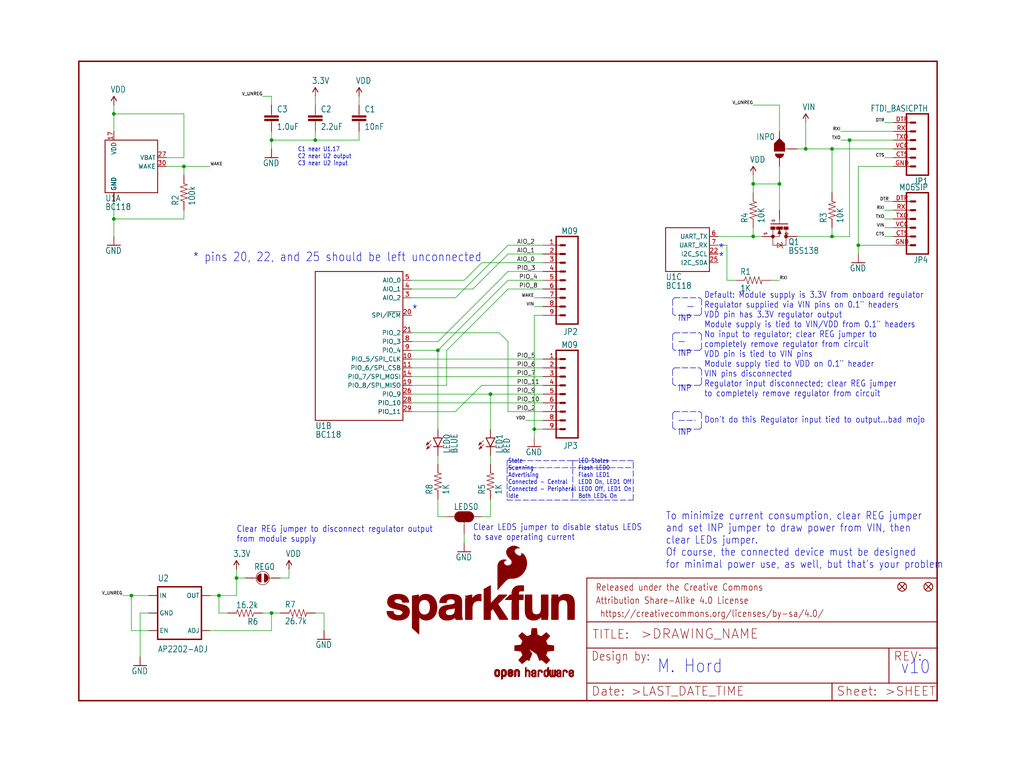
<source format=kicad_sch>
(kicad_sch (version 20211123) (generator eeschema)
  (paper "User" 297.002 223.926)
  (lib_symbols
    (symbol "eagleSchem-eagle-import:1.0UF-16V-10%(0603)"
      (property "Reference" "C" (at 1.524 2.921 0))
      (property "Value" "1.0UF-16V-10%(0603)" (at 1.524 -2.159 0))
      (symbol "1.0UF-16V-10%(0603)_1_0"
        (pin passive line (at 0 5.08 270) (length 2.54) (name "1") (number "1"))
        (pin passive line (at 0 -2.54 90) (length 2.54) (name "2") (number "2"))
      )
    )
    (symbol "eagleSchem-eagle-import:100KOHM1{slash}10W1%(0603)"
      (property "Reference" "R" (at -3.81 1.4986 0))
      (property "Value" "100KOHM1{slash}10W1%(0603)" (at -3.81 -3.302 0))
      (symbol "100KOHM1{slash}10W1%(0603)_1_0"
        (pin passive line (at -5.08 0 0) (length 2.54) (name "1") (number "1"))
        (pin passive line (at 5.08 0 180) (length 2.54) (name "2") (number "2"))
      )
    )
    (symbol "eagleSchem-eagle-import:10KOHM1{slash}10W1%(0603)0603"
      (property "Reference" "R" (at -3.81 1.4986 0))
      (property "Value" "10KOHM1{slash}10W1%(0603)0603" (at -3.81 -3.302 0))
      (symbol "10KOHM1{slash}10W1%(0603)0603_1_0"
        (pin passive line (at -5.08 0 0) (length 2.54) (name "1") (number "1"))
        (pin passive line (at 5.08 0 180) (length 2.54) (name "2") (number "2"))
      )
    )
    (symbol "eagleSchem-eagle-import:10NF{slash}10000PF-50V-10%(0603)"
      (property "Reference" "C" (at 1.524 2.921 0))
      (property "Value" "10NF{slash}10000PF-50V-10%(0603)" (at 1.524 -2.159 0))
      (symbol "10NF{slash}10000PF-50V-10%(0603)_1_0"
        (pin passive line (at 0 5.08 270) (length 2.54) (name "1") (number "1"))
        (pin passive line (at 0 -2.54 90) (length 2.54) (name "2") (number "2"))
      )
    )
    (symbol "eagleSchem-eagle-import:16.2KOHM1{slash}10W1%(0603)"
      (property "Reference" "R" (at -3.81 1.4986 0))
      (property "Value" "16.2KOHM1{slash}10W1%(0603)" (at -3.81 -3.302 0))
      (symbol "16.2KOHM1{slash}10W1%(0603)_1_0"
        (pin passive line (at -5.08 0 0) (length 2.54) (name "1") (number "1"))
        (pin passive line (at 5.08 0 180) (length 2.54) (name "2") (number "2"))
      )
    )
    (symbol "eagleSchem-eagle-import:1KOHM1{slash}10W1%(0603)"
      (property "Reference" "R" (at -3.81 1.4986 0))
      (property "Value" "1KOHM1{slash}10W1%(0603)" (at -3.81 -3.302 0))
      (symbol "1KOHM1{slash}10W1%(0603)_1_0"
        (pin passive line (at -5.08 0 0) (length 2.54) (name "1") (number "1"))
        (pin passive line (at 5.08 0 180) (length 2.54) (name "2") (number "2"))
      )
    )
    (symbol "eagleSchem-eagle-import:2.2UF-10V-20%(0603)"
      (property "Reference" "C" (at 1.524 2.921 0))
      (property "Value" "2.2UF-10V-20%(0603)" (at 1.524 -2.159 0))
      (symbol "2.2UF-10V-20%(0603)_1_0"
        (pin passive line (at 0 5.08 270) (length 2.54) (name "1") (number "1"))
        (pin passive line (at 0 -2.54 90) (length 2.54) (name "2") (number "2"))
      )
    )
    (symbol "eagleSchem-eagle-import:3.3V" (power)
      (property "Value" "3.3V" (at -1.016 3.556 0))
      (symbol "3.3V_1_0"
        (pin power_in line (at 0 0 90) (length 2.54) (name "3.3V") (number "1"))
      )
    )
    (symbol "eagleSchem-eagle-import:AP2202-ADJ"
      (property "Reference" "U" (at -7.62 9.144 0))
      (property "Value" "AP2202-ADJ" (at -7.62 -11.43 0))
      (symbol "AP2202-ADJ_1_0"
        (pin input line (at -10.16 5.08 0) (length 2.54) (name "IN") (number "1"))
        (pin input line (at -10.16 0 0) (length 2.54) (name "GND") (number "2"))
        (pin input line (at -10.16 -5.08 0) (length 2.54) (name "EN") (number "3"))
        (pin input line (at 7.62 -5.08 180) (length 2.54) (name "ADJ") (number "4"))
        (pin passive line (at 7.62 5.08 180) (length 2.54) (name "OUT") (number "5"))
      )
    )
    (symbol "eagleSchem-eagle-import:BC118"
      (property "Reference" "U" (at 0 -2.54 0))
      (property "Value" "BC118" (at 0 -5.08 0))
      (symbol "BC118_1_0"
        (pin bidirectional line (at 2.54 -2.54 90) (length 2.54) (name "GND") (number "1"))
        (pin bidirectional line (at 2.54 -2.54 90) (length 2.54) (name "GND") (number "12"))
        (pin bidirectional line (at 2.54 -2.54 90) (length 2.54) (name "GND") (number "13"))
        (pin bidirectional line (at 2.54 -2.54 90) (length 2.54) (name "GND") (number "15"))
        (pin bidirectional line (at 2.54 -2.54 90) (length 2.54) (name "GND") (number "16"))
        (pin bidirectional line (at 2.54 17.78 270) (length 2.54) (name "VDD") (number "17"))
        (pin bidirectional line (at 2.54 -2.54 90) (length 2.54) (name "GND") (number "18"))
        (pin bidirectional line (at 2.54 -2.54 90) (length 2.54) (name "GND") (number "2"))
        (pin bidirectional line (at 2.54 -2.54 90) (length 2.54) (name "GND") (number "23"))
        (pin bidirectional line (at 2.54 -2.54 90) (length 2.54) (name "GND") (number "24"))
        (pin bidirectional line (at 17.78 10.16 180) (length 2.54) (name "VBAT") (number "27"))
        (pin bidirectional line (at 17.78 7.62 180) (length 2.54) (name "WAKE") (number "30"))
        (pin bidirectional line (at 2.54 -2.54 90) (length 2.54) (name "GND") (number "31"))
        (pin bidirectional line (at 2.54 -2.54 90) (length 2.54) (name "GND") (number "32"))
        (pin bidirectional line (at 2.54 -2.54 90) (length 2.54) (name "GND") (number "33"))
        (pin bidirectional line (at 2.54 -2.54 90) (length 2.54) (name "GND") (number "34"))
        (pin bidirectional line (at 2.54 -2.54 90) (length 2.54) (name "GND") (number "35"))
      )
      (symbol "BC118_2_0"
        (pin bidirectional line (at 27.94 17.78 180) (length 2.54) (name "PIO_5/SPI_CLK") (number "10"))
        (pin bidirectional line (at 27.94 15.24 180) (length 2.54) (name "PIO_6/SPI_CSB") (number "11"))
        (pin bidirectional line (at 27.94 12.7 180) (length 2.54) (name "PIO_7/SPI_MOSI") (number "14"))
        (pin bidirectional line (at 27.94 10.16 180) (length 2.54) (name "PIO_8/SPI_MISO") (number "19"))
        (pin bidirectional line (at 27.94 30.48 180) (length 2.54) (name "SPI/~{PCM}") (number "20"))
        (pin bidirectional line (at 27.94 25.4 180) (length 2.54) (name "PIO_2") (number "21"))
        (pin bidirectional line (at 27.94 7.62 180) (length 2.54) (name "PIO_9") (number "26"))
        (pin bidirectional line (at 27.94 5.08 180) (length 2.54) (name "PIO_10") (number "28"))
        (pin bidirectional line (at 27.94 2.54 180) (length 2.54) (name "PIO_11") (number "29"))
        (pin bidirectional line (at 27.94 35.56 180) (length 2.54) (name "AIO_2") (number "3"))
        (pin bidirectional line (at 27.94 38.1 180) (length 2.54) (name "AIO_1") (number "4"))
        (pin bidirectional line (at 27.94 40.64 180) (length 2.54) (name "AIO_0") (number "5"))
        (pin bidirectional line (at 27.94 22.86 180) (length 2.54) (name "PIO_3") (number "8"))
        (pin bidirectional line (at 27.94 20.32 180) (length 2.54) (name "PIO_4") (number "9"))
      )
      (symbol "BC118_3_0"
        (pin bidirectional line (at 15.24 5.08 180) (length 2.54) (name "I2C_SCL") (number "22"))
        (pin bidirectional line (at 15.24 2.54 180) (length 2.54) (name "I2C_SDA") (number "25"))
        (pin bidirectional line (at 15.24 10.16 180) (length 2.54) (name "UART_TX") (number "6"))
        (pin bidirectional line (at 15.24 7.62 180) (length 2.54) (name "UART_RX") (number "7"))
      )
    )
    (symbol "eagleSchem-eagle-import:FIDUCIAL1X2")
    (symbol "eagleSchem-eagle-import:FRAME-LETTER"
      (symbol "FRAME-LETTER_2_0"
        (text " https://creativecommons.org/licenses/by-sa/4.0/" (at 2.54 24.13 0) (effects (font (size 1.9304 1.6408)) (justify left bottom)))
        (text ">DRAWING_NAME" (at 15.494 17.78 0) (effects (font (size 2.7432 2.7432)) (justify left bottom)))
        (text ">LAST_DATE_TIME" (at 12.7 1.27 0) (effects (font (size 2.54 2.54)) (justify left bottom)))
        (text ">SHEET" (at 86.36 1.27 0) (effects (font (size 2.54 2.54)) (justify left bottom)))
        (text "Attribution Share-Alike 4.0 License" (at 2.54 27.94 0) (effects (font (size 1.9304 1.6408)) (justify left bottom)))
        (text "Date:" (at 1.27 1.27 0) (effects (font (size 2.54 2.54)) (justify left bottom)))
        (text "Design by:" (at 1.27 11.43 0) (effects (font (size 2.54 2.159)) (justify left bottom)))
        (text "Released under the Creative Commons" (at 2.54 31.75 0) (effects (font (size 1.9304 1.6408)) (justify left bottom)))
        (text "REV:" (at 88.9 11.43 0) (effects (font (size 2.54 2.54)) (justify left bottom)))
        (text "Sheet:" (at 72.39 1.27 0) (effects (font (size 2.54 2.54)) (justify left bottom)))
        (text "TITLE:" (at 1.524 17.78 0) (effects (font (size 2.54 2.54)) (justify left bottom)))
      )
    )
    (symbol "eagleSchem-eagle-import:FTDI_BASICPTH"
      (property "Reference" "JP" (at -5.08 10.922 0))
      (property "Value" "FTDI_BASICPTH" (at -5.08 -10.16 0))
      (symbol "FTDI_BASICPTH_1_0"
        (pin passive line (at 5.08 5.08 180) (length 5.08) (name "5") (number "CTS"))
        (pin passive line (at 5.08 -5.08 180) (length 5.08) (name "1") (number "DTR"))
        (pin passive line (at 5.08 7.62 180) (length 5.08) (name "6") (number "GND"))
        (pin passive line (at 5.08 -2.54 180) (length 5.08) (name "2") (number "RXI"))
        (pin passive line (at 5.08 0 180) (length 5.08) (name "3") (number "TXO"))
        (pin passive line (at 5.08 2.54 180) (length 5.08) (name "4") (number "VCC"))
      )
    )
    (symbol "eagleSchem-eagle-import:GND" (power)
      (property "Value" "GND" (at -2.54 -2.54 0))
      (symbol "GND_1_0"
        (pin power_in line (at 0 2.54 270) (length 2.54) (name "GND") (number "1"))
      )
    )
    (symbol "eagleSchem-eagle-import:JUMPER-PAD-2-NC_BY_PASTE"
      (property "Reference" "SJ" (at -2.54 2.54 0))
      (property "Value" "JUMPER-PAD-2-NC_BY_PASTE" (at -2.54 -5.08 0))
      (symbol "JUMPER-PAD-2-NC_BY_PASTE_1_0"
        (pin passive line (at -5.08 0 0) (length 2.54) (name "1") (number "1"))
        (pin passive line (at 5.08 0 180) (length 2.54) (name "2") (number "2"))
      )
    )
    (symbol "eagleSchem-eagle-import:JUMPER-PAD-3-2OF3_NC_BY_PASTE"
      (property "Reference" "SJ" (at 2.54 0.381 0))
      (property "Value" "JUMPER-PAD-3-2OF3_NC_BY_PASTE" (at 2.54 -1.905 0))
      (symbol "JUMPER-PAD-3-2OF3_NC_BY_PASTE_1_0"
        (pin passive line (at 0 5.08 270) (length 2.54) (name "1") (number "1"))
        (pin passive line (at -5.08 0 0) (length 2.54) (name "2") (number "2"))
        (pin passive line (at 0 -5.08 90) (length 2.54) (name "3") (number "3"))
      )
    )
    (symbol "eagleSchem-eagle-import:JUMPER-PAD-3-NC_BY_PASTE"
      (property "Reference" "SJ" (at 2.54 0.381 0))
      (property "Value" "JUMPER-PAD-3-NC_BY_PASTE" (at 2.54 -1.905 0))
      (symbol "JUMPER-PAD-3-NC_BY_PASTE_1_0"
        (pin passive line (at 0 5.08 270) (length 2.54) (name "1") (number "1"))
        (pin passive line (at -5.08 0 0) (length 2.54) (name "2") (number "2"))
        (pin passive line (at 0 -5.08 90) (length 2.54) (name "3") (number "3"))
      )
    )
    (symbol "eagleSchem-eagle-import:LED-BLUE0603"
      (property "Reference" "D" (at 3.556 -4.572 90))
      (property "Value" "LED-BLUE0603" (at 5.715 -4.572 90))
      (symbol "LED-BLUE0603_1_0"
        (pin passive line (at 0 2.54 270) (length 2.54) (name "A") (number "A"))
        (pin passive line (at 0 -5.08 90) (length 2.54) (name "C") (number "C"))
      )
    )
    (symbol "eagleSchem-eagle-import:LED-RED0603"
      (property "Reference" "D" (at 3.556 -4.572 90))
      (property "Value" "LED-RED0603" (at 5.715 -4.572 90))
      (symbol "LED-RED0603_1_0"
        (pin passive line (at 0 2.54 270) (length 2.54) (name "A") (number "A"))
        (pin passive line (at 0 -5.08 90) (length 2.54) (name "C") (number "C"))
      )
    )
    (symbol "eagleSchem-eagle-import:M06SIP"
      (property "Reference" "JP" (at -5.08 10.922 0))
      (property "Value" "M06SIP" (at -5.08 -10.16 0))
      (symbol "M06SIP_1_0"
        (pin passive line (at 5.08 5.08 180) (length 5.08) (name "5") (number "CTS"))
        (pin passive line (at 5.08 -5.08 180) (length 5.08) (name "1") (number "DTR"))
        (pin passive line (at 5.08 7.62 180) (length 5.08) (name "6") (number "GND"))
        (pin passive line (at 5.08 -2.54 180) (length 5.08) (name "2") (number "RXI"))
        (pin passive line (at 5.08 0 180) (length 5.08) (name "3") (number "TXO"))
        (pin passive line (at 5.08 2.54 180) (length 5.08) (name "4") (number "VCC"))
      )
    )
    (symbol "eagleSchem-eagle-import:M09"
      (property "Reference" "JP" (at 0 16.51 0))
      (property "Value" "M09" (at 0 -15.24 0))
      (symbol "M09_1_0"
        (pin passive line (at 10.16 -10.16 180) (length 5.08) (name "1") (number "1"))
        (pin passive line (at 10.16 -7.62 180) (length 5.08) (name "2") (number "2"))
        (pin passive line (at 10.16 -5.08 180) (length 5.08) (name "3") (number "3"))
        (pin passive line (at 10.16 -2.54 180) (length 5.08) (name "4") (number "4"))
        (pin passive line (at 10.16 0 180) (length 5.08) (name "5") (number "5"))
        (pin passive line (at 10.16 2.54 180) (length 5.08) (name "6") (number "6"))
        (pin passive line (at 10.16 5.08 180) (length 5.08) (name "7") (number "7"))
        (pin passive line (at 10.16 7.62 180) (length 5.08) (name "8") (number "8"))
        (pin passive line (at 10.16 10.16 180) (length 5.08) (name "9") (number "9"))
      )
    )
    (symbol "eagleSchem-eagle-import:MOSFET-NCHANNELBSS138"
      (property "Reference" "Q" (at 5.08 2.54 0))
      (property "Value" "MOSFET-NCHANNELBSS138" (at 5.08 0 0))
      (symbol "MOSFET-NCHANNELBSS138_1_0"
        (text "D" (at -1.27 2.54 0) (effects (font (size 0.8128 0.6908)) (justify left bottom)))
        (text "G" (at -5.08 -1.27 0) (effects (font (size 0.8128 0.6908)) (justify left bottom)))
        (text "S" (at -1.27 -3.556 0) (effects (font (size 0.8128 0.6908)) (justify left bottom)))
        (pin passive line (at -7.62 0 0) (length 2.54) (name "G") (number "1"))
        (pin passive line (at 0 -5.08 90) (length 2.54) (name "S") (number "2"))
        (pin passive line (at 0 5.08 270) (length 2.54) (name "D") (number "3"))
      )
    )
    (symbol "eagleSchem-eagle-import:OSHW-LOGOS")
    (symbol "eagleSchem-eagle-import:SFE_LOGO_NAME.1_INCH")
    (symbol "eagleSchem-eagle-import:SFE_LOGO_NAME_FLAME.1_INCH")
    (symbol "eagleSchem-eagle-import:VDD" (power)
      (property "Value" "VDD" (at -1.016 3.556 0))
      (symbol "VDD_1_0"
        (pin power_in line (at 0 0 90) (length 2.54) (name "VDD") (number "1"))
      )
    )
    (symbol "eagleSchem-eagle-import:VIN" (power)
      (property "Value" "VIN" (at -1.016 3.556 0))
      (symbol "VIN_1_0"
        (pin power_in line (at 0 0 90) (length 2.54) (name "VIN") (number "1"))
      )
    )
  )
  (junction (at 218.44 68.58))
  (junction (at 233.68 43.18))
  (junction (at 33.02 63.5))
  (junction (at 241.3 43.18))
  (junction (at 53.34 48.26))
  (junction (at 38.1 172.72))
  (junction (at 33.02 33.02))
  (junction (at 127 101.6))
  (junction (at 91.44 40.64))
  (junction (at 218.44 53.34))
  (junction (at 226.06 53.34))
  (junction (at 142.24 114.3))
  (junction (at 63.5 172.72))
  (junction (at 154.94 124.46))
  (junction (at 246.38 40.64))
  (junction (at 68.58 167.64))
  (junction (at 241.3 68.58))
  (junction (at 78.74 177.8))
  (junction (at 78.74 40.64))
  (junction (at 248.92 71.12))
  (wire (pts (xy 48.26 48.26) (xy 53.34 48.26)))
  (polyline (pts (xy 195.58 119.38) (xy 202.946 119.38)))
  (polyline (pts (xy 147.066 135.636) (xy 183.642 135.636)))
  (wire (pts (xy 259.08 40.64) (xy 246.38 40.64)))
  (wire (pts (xy 129.54 111.76) (xy 129.54 101.6)))
  (wire (pts (xy 246.38 40.64) (xy 243.84 40.64)))
  (wire (pts (xy 218.44 66.04) (xy 218.44 68.58)))
  (polyline (pts (xy 195.072 101.092) (xy 195.072 97.028)))
  (wire (pts (xy 119.38 111.76) (xy 129.54 111.76)))
  (wire (pts (xy 127 99.06) (xy 147.32 78.74)))
  (wire (pts (xy 248.92 71.12) (xy 248.92 48.26)))
  (wire (pts (xy 78.74 182.88) (xy 78.74 177.8)))
  (wire (pts (xy 233.68 43.18) (xy 241.3 43.18)))
  (wire (pts (xy 60.96 172.72) (xy 63.5 172.72)))
  (wire (pts (xy 142.24 149.86) (xy 142.24 144.78)))
  (wire (pts (xy 157.48 86.36) (xy 154.94 86.36)))
  (wire (pts (xy 157.48 121.92) (xy 152.4 121.92)))
  (wire (pts (xy 147.32 71.12) (xy 157.48 71.12)))
  (wire (pts (xy 91.44 177.8) (xy 93.98 177.8)))
  (wire (pts (xy 119.38 81.28) (xy 134.62 81.28)))
  (polyline (pts (xy 195.58 106.68) (xy 202.946 106.68)))
  (polyline (pts (xy 199.39 88.9) (xy 201.676 88.9)))
  (wire (pts (xy 127 134.62) (xy 127 132.08)))
  (polyline (pts (xy 195.072 119.888) (xy 195.58 119.38)))
  (polyline (pts (xy 203.454 90.932) (xy 202.946 91.44)))
  (wire (pts (xy 210.82 81.28) (xy 213.36 81.28)))
  (wire (pts (xy 129.54 101.6) (xy 147.32 83.82)))
  (wire (pts (xy 53.34 33.02) (xy 53.34 45.72)))
  (polyline (pts (xy 195.072 123.952) (xy 195.072 119.888)))
  (wire (pts (xy 226.06 48.26) (xy 226.06 53.34)))
  (polyline (pts (xy 147.066 145.034) (xy 166.116 145.034)))
  (wire (pts (xy 231.14 68.58) (xy 241.3 68.58)))
  (wire (pts (xy 127 124.46) (xy 127 101.6)))
  (wire (pts (xy 248.92 73.66) (xy 248.92 71.12)))
  (wire (pts (xy 43.18 182.88) (xy 38.1 182.88)))
  (wire (pts (xy 144.78 96.52) (xy 119.38 96.52)))
  (wire (pts (xy 132.08 119.38) (xy 139.7 111.76)))
  (polyline (pts (xy 203.454 101.092) (xy 202.946 101.6)))
  (wire (pts (xy 40.64 190.5) (xy 40.64 177.8)))
  (wire (pts (xy 60.96 182.88) (xy 78.74 182.88)))
  (wire (pts (xy 226.06 53.34) (xy 218.44 53.34)))
  (polyline (pts (xy 195.58 111.76) (xy 195.072 111.252)))
  (wire (pts (xy 210.82 71.12) (xy 210.82 81.28)))
  (wire (pts (xy 83.82 167.64) (xy 83.82 165.1)))
  (polyline (pts (xy 195.58 96.52) (xy 202.946 96.52)))
  (polyline (pts (xy 203.454 107.188) (xy 203.454 111.252)))
  (wire (pts (xy 218.44 55.88) (xy 218.44 53.34)))
  (wire (pts (xy 226.06 53.34) (xy 226.06 60.96)))
  (polyline (pts (xy 196.85 121.92) (xy 201.676 121.92)))
  (wire (pts (xy 38.1 182.88) (xy 38.1 172.72)))
  (polyline (pts (xy 196.85 99.06) (xy 199.136 99.06)))
  (wire (pts (xy 142.24 114.3) (xy 157.48 114.3)))
  (wire (pts (xy 38.1 172.72) (xy 43.18 172.72)))
  (polyline (pts (xy 183.642 135.636) (xy 183.642 133.604)))
  (wire (pts (xy 78.74 40.64) (xy 91.44 40.64)))
  (wire (pts (xy 154.94 124.46) (xy 157.48 124.46)))
  (wire (pts (xy 78.74 27.94) (xy 76.2 27.94)))
  (wire (pts (xy 127 144.78) (xy 127 149.86)))
  (polyline (pts (xy 195.072 86.868) (xy 195.58 86.36)))
  (wire (pts (xy 139.7 111.76) (xy 157.48 111.76)))
  (wire (pts (xy 119.38 106.68) (xy 157.48 106.68)))
  (wire (pts (xy 139.7 149.86) (xy 142.24 149.86)))
  (wire (pts (xy 81.28 167.64) (xy 83.82 167.64)))
  (wire (pts (xy 53.34 45.72) (xy 48.26 45.72)))
  (wire (pts (xy 233.68 35.56) (xy 233.68 43.18)))
  (wire (pts (xy 132.08 86.36) (xy 147.32 71.12)))
  (polyline (pts (xy 203.454 111.252) (xy 202.946 111.76)))
  (wire (pts (xy 134.62 157.48) (xy 134.62 154.94)))
  (polyline (pts (xy 195.58 91.44) (xy 195.072 90.932)))
  (wire (pts (xy 63.5 172.72) (xy 63.5 177.8)))
  (polyline (pts (xy 166.116 133.604) (xy 166.116 145.034)))
  (wire (pts (xy 259.08 38.1) (xy 243.84 38.1)))
  (wire (pts (xy 259.08 58.42) (xy 256.54 58.42)))
  (wire (pts (xy 68.58 165.1) (xy 68.58 167.64)))
  (polyline (pts (xy 202.946 86.36) (xy 203.454 86.868)))
  (wire (pts (xy 147.32 83.82) (xy 157.48 83.82)))
  (wire (pts (xy 218.44 68.58) (xy 220.98 68.58)))
  (wire (pts (xy 147.32 119.38) (xy 157.48 119.38)))
  (wire (pts (xy 53.34 48.26) (xy 60.96 48.26)))
  (polyline (pts (xy 202.946 101.6) (xy 195.58 101.6)))
  (wire (pts (xy 218.44 53.34) (xy 218.44 50.8)))
  (wire (pts (xy 147.32 81.28) (xy 157.48 81.28)))
  (wire (pts (xy 119.38 99.06) (xy 127 99.06)))
  (wire (pts (xy 78.74 38.1) (xy 78.74 40.64)))
  (wire (pts (xy 226.06 30.48) (xy 218.44 30.48)))
  (polyline (pts (xy 202.946 91.44) (xy 195.58 91.44)))
  (polyline (pts (xy 202.946 111.76) (xy 195.58 111.76)))
  (wire (pts (xy 104.14 40.64) (xy 104.14 38.1)))
  (wire (pts (xy 147.32 78.74) (xy 157.48 78.74)))
  (polyline (pts (xy 203.454 123.952) (xy 202.946 124.46)))
  (wire (pts (xy 208.28 68.58) (xy 218.44 68.58)))
  (wire (pts (xy 33.02 30.48) (xy 33.02 33.02)))
  (wire (pts (xy 119.38 86.36) (xy 132.08 86.36)))
  (wire (pts (xy 119.38 109.22) (xy 157.48 109.22)))
  (wire (pts (xy 259.08 63.5) (xy 256.54 63.5)))
  (wire (pts (xy 119.38 104.14) (xy 157.48 104.14)))
  (polyline (pts (xy 195.58 124.46) (xy 195.072 123.952)))
  (wire (pts (xy 223.52 81.28) (xy 226.06 81.28)))
  (wire (pts (xy 259.08 66.04) (xy 256.54 66.04)))
  (wire (pts (xy 68.58 167.64) (xy 71.12 167.64)))
  (wire (pts (xy 33.02 68.58) (xy 33.02 63.5)))
  (wire (pts (xy 142.24 124.46) (xy 142.24 114.3)))
  (wire (pts (xy 104.14 27.94) (xy 104.14 30.48)))
  (wire (pts (xy 137.16 83.82) (xy 147.32 73.66)))
  (wire (pts (xy 76.2 177.8) (xy 78.74 177.8)))
  (wire (pts (xy 91.44 27.94) (xy 91.44 30.48)))
  (polyline (pts (xy 195.072 107.188) (xy 195.58 106.68)))
  (wire (pts (xy 154.94 124.46) (xy 154.94 91.44)))
  (wire (pts (xy 241.3 68.58) (xy 246.38 68.58)))
  (polyline (pts (xy 202.946 96.52) (xy 203.454 97.028)))
  (wire (pts (xy 231.14 43.18) (xy 233.68 43.18)))
  (polyline (pts (xy 195.072 90.932) (xy 195.072 86.868)))
  (polyline (pts (xy 202.946 124.46) (xy 195.58 124.46)))
  (polyline (pts (xy 147.066 135.636) (xy 147.066 145.034)))
  (wire (pts (xy 93.98 177.8) (xy 93.98 182.88)))
  (polyline (pts (xy 183.642 145.034) (xy 183.642 135.636)))
  (wire (pts (xy 226.06 38.1) (xy 226.06 30.48)))
  (wire (pts (xy 119.38 83.82) (xy 137.16 83.82)))
  (wire (pts (xy 119.38 101.6) (xy 127 101.6)))
  (wire (pts (xy 241.3 55.88) (xy 241.3 43.18)))
  (wire (pts (xy 248.92 48.26) (xy 259.08 48.26)))
  (wire (pts (xy 259.08 35.56) (xy 256.54 35.56)))
  (polyline (pts (xy 195.58 86.36) (xy 202.946 86.36)))
  (wire (pts (xy 246.38 68.58) (xy 246.38 40.64)))
  (wire (pts (xy 142.24 114.3) (xy 119.38 114.3)))
  (wire (pts (xy 154.94 91.44) (xy 157.48 91.44)))
  (wire (pts (xy 259.08 60.96) (xy 256.54 60.96)))
  (wire (pts (xy 134.62 81.28) (xy 139.7 76.2)))
  (wire (pts (xy 91.44 38.1) (xy 91.44 40.64)))
  (wire (pts (xy 53.34 48.26) (xy 53.34 50.8)))
  (wire (pts (xy 53.34 63.5) (xy 53.34 60.96)))
  (wire (pts (xy 40.64 177.8) (xy 43.18 177.8)))
  (wire (pts (xy 127 101.6) (xy 147.32 81.28)))
  (wire (pts (xy 154.94 127) (xy 154.94 124.46)))
  (wire (pts (xy 208.28 71.12) (xy 210.82 71.12)))
  (polyline (pts (xy 202.946 119.38) (xy 203.454 119.888)))
  (polyline (pts (xy 202.946 106.68) (xy 203.454 107.188)))
  (polyline (pts (xy 195.58 101.6) (xy 195.072 101.092)))
  (wire (pts (xy 157.48 88.9) (xy 154.94 88.9)))
  (wire (pts (xy 119.38 116.84) (xy 157.48 116.84)))
  (wire (pts (xy 78.74 177.8) (xy 81.28 177.8)))
  (wire (pts (xy 147.32 99.06) (xy 144.78 96.52)))
  (wire (pts (xy 142.24 134.62) (xy 142.24 132.08)))
  (polyline (pts (xy 166.116 145.034) (xy 183.642 145.034)))
  (polyline (pts (xy 203.454 119.888) (xy 203.454 123.952)))
  (polyline (pts (xy 183.642 133.604) (xy 166.116 133.604)))
  (wire (pts (xy 33.02 33.02) (xy 53.34 33.02)))
  (wire (pts (xy 91.44 40.64) (xy 104.14 40.64)))
  (wire (pts (xy 241.3 43.18) (xy 259.08 43.18)))
  (wire (pts (xy 147.32 73.66) (xy 157.48 73.66)))
  (wire (pts (xy 259.08 68.58) (xy 256.54 68.58)))
  (wire (pts (xy 78.74 43.18) (xy 78.74 40.64)))
  (wire (pts (xy 119.38 119.38) (xy 132.08 119.38)))
  (polyline (pts (xy 203.454 97.028) (xy 203.454 101.092)))
  (wire (pts (xy 78.74 27.94) (xy 78.74 30.48)))
  (wire (pts (xy 38.1 172.72) (xy 35.56 172.72)))
  (wire (pts (xy 127 149.86) (xy 129.54 149.86)))
  (wire (pts (xy 259.08 71.12) (xy 248.92 71.12)))
  (wire (pts (xy 63.5 177.8) (xy 66.04 177.8)))
  (wire (pts (xy 33.02 63.5) (xy 33.02 58.42)))
  (wire (pts (xy 63.5 172.72) (xy 68.58 172.72)))
  (wire (pts (xy 259.08 45.72) (xy 256.54 45.72)))
  (polyline (pts (xy 166.116 133.604) (xy 147.066 133.604)))
  (wire (pts (xy 33.02 33.02) (xy 33.02 38.1)))
  (wire (pts (xy 68.58 172.72) (xy 68.58 167.64)))
  (wire (pts (xy 33.02 63.5) (xy 53.34 63.5)))
  (wire (pts (xy 147.32 119.38) (xy 147.32 99.06)))
  (polyline (pts (xy 195.072 97.028) (xy 195.58 96.52)))
  (wire (pts (xy 139.7 76.2) (xy 157.48 76.2)))
  (polyline (pts (xy 195.072 111.252) (xy 195.072 107.188)))
  (polyline (pts (xy 203.454 86.868) (xy 203.454 90.932)))
  (polyline (pts (xy 147.066 133.604) (xy 147.066 135.636)))
  (wire (pts (xy 241.3 68.58) (xy 241.3 66.04)))
  (text "Module supply tied to VDD on 0.1\" header\nVIN pins disconnected\nRegulator input disconnected; clear REG jumper\nto completely remove regulator from circuit" (at 204.216 115.316 0) (effects (font (size 1.778 1.5113)) (justify left bottom)))
  (text "Default: Module supply is 3.3V from onboard regulator\nRegulator supplied via VIN pins on 0.1\" headers\nVDD pin has 3.3V regulator output" (at 204.216 92.456 0) (effects (font (size 1.778 1.5113)) (justify left bottom)))
  (text "INP" (at 196.596 113.792 180) (effects (font (size 1.778 1.5113)) (justify left bottom)))
  (text "C1 near U1.17\nC2 near U2 output\nC3 near U2 input" (at 86.36 48.26 180) (effects (font (size 1.27 1.0795)) (justify left bottom)))
  (text "LED States\nFlash LED0\nFlash LED1\nLED0 On, LED1 Off\nLED0 Off, LED1 On\nBoth LEDs On" (at 167.64 144.78 0) (effects (font (size 1.27 1.0795)) (justify left bottom)))
  (text "INP" (at 196.596 103.632 180) (effects (font (size 1.778 1.5113)) (justify left bottom)))
  (text "INP" (at 196.596 93.472 180) (effects (font (size 1.778 1.5113)) (justify left bottom)))
  (text "Clear LEDS jumper to disable status LEDS\nto save operating current" (at 137.16 156.972 0) (effects (font (size 1.778 1.5113)) (justify left bottom)))
  (text "State\nScanning\nAdvertising\nConnected - Central\nConnected - Peripheral\nIdle" (at 147.32 144.78 0) (effects (font (size 1.27 1.0795)) (justify left bottom)))
  (text "*" (at 208.28 76.2 180) (effects (font (size 2.54 2.159)) (justify left bottom)))
  (text "To minimize current consumption, clear REG jumper\nand set INP jumper to draw power from VIN, then\nclear LEDs jumper.\nOf course, the connected device must be designed\nfor minimal power use, as well, but that's your problem~{}" (at 193.04 165.1 0) (effects (font (size 2.1844 1.8567)) (justify left bottom)))
  (text "INP" (at 196.596 126.492 180) (effects (font (size 1.778 1.5113)) (justify left bottom)))
  (text "v10" (at 261.112 195.834 180) (effects (font (size 3.81 3.2385)) (justify left bottom)))
  (text "Clear REG jumper to disconnect regulator output\nfrom module supply" (at 68.58 157.48 0) (effects (font (size 1.778 1.5113)) (justify left bottom)))
  (text "* pins 20, 22, and 25 should be left unconnected" (at 55.88 76.2 180) (effects (font (size 2.54 2.159)) (justify left bottom)))
  (text "M. Hord" (at 190.5 195.58 180) (effects (font (size 3.81 3.2385)) (justify left bottom)))
  (text "*" (at 119.38 91.44 180) (effects (font (size 2.54 2.159)) (justify left bottom)))
  (text "*" (at 208.28 73.66 180) (effects (font (size 2.54 2.159)) (justify left bottom)))
  (text "Module supply is tied to VIN/VDD from 0.1\" headers\nNo input to regulator; clear REG jumper to\ncompletely remove regulator from circuit\nVDD pin is tied to VIN pins" (at 204.216 103.886 0) (effects (font (size 1.778 1.5113)) (justify left bottom)))
  (text "Don't do this~{} Regulator input tied to output...bad mojo~{}" (at 204.216 122.936 0) (effects (font (size 1.778 1.5113)) (justify left bottom)))
  (label "AIO_0" (at 149.86 76.2 0) (effects (font (size 1.2446 1.2446))))
  (label "PIO_5" (at 149.86 104.14 0) (effects (font (size 1.2446 1.2446))))
  (label "CTS" (at 256.54 68.58 180) (effects (font (size 0.889 0.889))))
  (label "PIO_6" (at 149.86 106.68 0) (effects (font (size 1.2446 1.2446))))
  (label "VIN" (at 256.54 66.04 180) (effects (font (size 0.889 0.889))))
  (label "PIO_10" (at 149.86 116.84 0) (effects (font (size 1.2446 1.2446))))
  (label "TXO" (at 243.84 40.64 180) (effects (font (size 0.889 0.889))))
  (label "TXO" (at 256.54 63.5 180) (effects (font (size 0.889 0.889))))
  (label "PIO_3" (at 149.86 78.74 0) (effects (font (size 1.2446 1.2446))))
  (label "PIO_8" (at 150.495 83.82 0) (effects (font (size 1.2446 1.2446))))
  (label "PIO_11" (at 149.86 111.76 0) (effects (font (size 1.2446 1.2446))))
  (label "AIO_1" (at 149.86 73.66 0) (effects (font (size 1.2446 1.2446))))
  (label "DTR" (at 257.81 58.42 180) (effects (font (size 0.889 0.889))))
  (label "PIO_7" (at 149.86 109.22 0) (effects (font (size 1.2446 1.2446))))
  (label "AIO_2" (at 149.86 71.12 0) (effects (font (size 1.2446 1.2446))))
  (label "WAKE" (at 60.96 48.26 0) (effects (font (size 0.889 0.889))))
  (label "RXI" (at 226.06 81.28 0) (effects (font (size 0.889 0.889))))
  (label "DTR" (at 256.54 35.56 180) (effects (font (size 0.889 0.889))))
  (label "RXI" (at 256.54 60.96 180) (effects (font (size 0.889 0.889))))
  (label "CTS" (at 256.54 45.72 180) (effects (font (size 0.889 0.889))))
  (label "PIO_4" (at 150.495 81.28 0) (effects (font (size 1.2446 1.2446))))
  (label "VIN" (at 154.94 88.9 180) (effects (font (size 0.889 0.889))))
  (label "RXI" (at 243.84 38.1 180) (effects (font (size 0.889 0.889))))
  (label "VDD" (at 152.4 121.92 180) (effects (font (size 0.889 0.889))))
  (label "V_UNREG" (at 35.56 172.72 180) (effects (font (size 0.889 0.889))))
  (label "V_UNREG" (at 218.44 30.48 180) (effects (font (size 0.889 0.889))))
  (label "PIO_2" (at 149.86 119.38 0) (effects (font (size 1.2446 1.2446))))
  (label "V_UNREG" (at 76.2 27.94 180) (effects (font (size 0.889 0.889))))
  (label "WAKE" (at 154.94 86.36 180) (effects (font (size 0.889 0.889))))
  (label "PIO_9" (at 149.86 114.3 0) (effects (font (size 1.2446 1.2446))))
  (symbol (lib_id "eagleSchem-eagle-import:100KOHM1{slash}10W1%(0603)") (at 53.34 55.88 90) (unit 1)
    (property "Reference" "R2" (at 51.8414 59.69 0) (effects (font (size 1.778 1.5113)) (justify left bottom)))
    (property "Value" "100k" (at 56.642 59.69 0) (effects (font (size 1.778 1.5113)) (justify left bottom)))
    (property "Footprint" "eagleSchem:0603-RES" (effects hide))
  )
  (symbol (lib_id "eagleSchem-eagle-import:MOSFET-NCHANNELBSS138") (at 226.06 68.58 270) (unit 1)
    (property "Reference" "Q1" (at 228.6 71.12 90) (effects (font (size 1.778 1.5113)) (justify left bottom)))
    (property "Value" "BSS138" (at 228.6 73.66 90) (effects (font (size 1.778 1.5113)) (justify left bottom)))
    (property "Footprint" "eagleSchem:SOT23" (effects hide))
  )
  (symbol (lib_id "eagleSchem-eagle-import:3.3V") (at 68.58 165.1 0) (unit 1)
    (property "Reference" "#SUPPLY3" (effects hide))
    (property "Value" "3.3V" (at 67.564 161.544 0) (effects (font (size 1.778 1.5113)) (justify left bottom)))
    (property "Footprint" "eagleSchem:" (effects hide))
  )
  (symbol (lib_id "eagleSchem-eagle-import:VDD") (at 218.44 50.8 0) (unit 1)
    (property "Reference" "#SUPPLY1" (effects hide))
    (property "Value" "VDD" (at 217.424 47.244 0) (effects (font (size 1.778 1.5113)) (justify left bottom)))
    (property "Footprint" "eagleSchem:" (effects hide))
  )
  (symbol (lib_id "eagleSchem-eagle-import:VDD") (at 33.02 30.48 0) (unit 1)
    (property "Reference" "#SUPPLY6" (effects hide))
    (property "Value" "VDD" (at 32.004 26.924 0) (effects (font (size 1.778 1.5113)) (justify left bottom)))
    (property "Footprint" "eagleSchem:" (effects hide))
  )
  (symbol (lib_id "eagleSchem-eagle-import:GND") (at 33.02 71.12 0) (unit 1)
    (property "Reference" "#GND3" (effects hide))
    (property "Value" "GND" (at 30.48 73.66 0) (effects (font (size 1.778 1.5113)) (justify left bottom)))
    (property "Footprint" "eagleSchem:" (effects hide))
  )
  (symbol (lib_id "eagleSchem-eagle-import:M09") (at 167.64 81.28 180) (unit 1)
    (property "Reference" "JP2" (at 167.64 95.25 0) (effects (font (size 1.778 1.5113)) (justify left bottom)))
    (property "Value" "M09" (at 167.64 66.04 0) (effects (font (size 1.778 1.5113)) (justify left bottom)))
    (property "Footprint" "eagleSchem:1X09" (effects hide))
  )
  (symbol (lib_id "eagleSchem-eagle-import:M09") (at 167.64 114.3 180) (unit 1)
    (property "Reference" "JP3" (at 167.64 128.27 0) (effects (font (size 1.778 1.5113)) (justify left bottom)))
    (property "Value" "M09" (at 167.64 99.06 0) (effects (font (size 1.778 1.5113)) (justify left bottom)))
    (property "Footprint" "eagleSchem:1X09" (effects hide))
  )
  (symbol (lib_id "eagleSchem-eagle-import:BC118") (at 193.04 78.74 0) (unit 3)
    (property "Reference" "U1" (at 193.04 81.28 0) (effects (font (size 1.778 1.5113)) (justify left bottom)))
    (property "Value" "BC118" (at 193.04 83.82 0) (effects (font (size 1.778 1.5113)) (justify left bottom)))
    (property "Footprint" "eagleSchem:BC118" (effects hide))
  )
  (symbol (lib_id "eagleSchem-eagle-import:VDD") (at 104.14 27.94 0) (unit 1)
    (property "Reference" "#SUPPLY7" (effects hide))
    (property "Value" "VDD" (at 103.124 24.384 0) (effects (font (size 1.778 1.5113)) (justify left bottom)))
    (property "Footprint" "eagleSchem:" (effects hide))
  )
  (symbol (lib_id "eagleSchem-eagle-import:16.2KOHM1{slash}10W1%(0603)") (at 71.12 177.8 180) (unit 1)
    (property "Reference" "R6" (at 74.93 179.2986 0) (effects (font (size 1.778 1.5113)) (justify left bottom)))
    (property "Value" "16.2k" (at 74.93 174.498 0) (effects (font (size 1.778 1.5113)) (justify left bottom)))
    (property "Footprint" "eagleSchem:0603-RES" (effects hide))
  )
  (symbol (lib_id "eagleSchem-eagle-import:JUMPER-PAD-3-NC_BY_PASTE") (at 134.62 149.86 90) (unit 1)
    (property "Reference" "LEDS0" (at 131.572 147.955 90) (effects (font (size 1.778 1.5113)) (justify right top)))
    (property "Value" "JUMPER-PAD-3-NC_BY_PASTE" (effects hide))
    (property "Footprint" "eagleSchem:PAD-JUMPER-3-NC_BY_PASTE_YES_SILK_FULL_BOX" (effects hide))
  )
  (symbol (lib_id "eagleSchem-eagle-import:3.3V") (at 91.44 27.94 0) (unit 1)
    (property "Reference" "#SUPPLY8" (effects hide))
    (property "Value" "3.3V" (at 90.424 24.384 0) (effects (font (size 1.778 1.5113)) (justify left bottom)))
    (property "Footprint" "eagleSchem:" (effects hide))
  )
  (symbol (lib_id "eagleSchem-eagle-import:SFE_LOGO_NAME.1_INCH") (at 110.236 183.896 0) (unit 1)
    (property "Reference" "LOGO1" (effects hide))
    (property "Value" "SFE_LOGO_NAME.1_INCH" (effects hide))
    (property "Footprint" "eagleSchem:SFE_LOGO_NAME_.1" (effects hide))
  )
  (symbol (lib_id "eagleSchem-eagle-import:GND") (at 154.94 129.54 0) (unit 1)
    (property "Reference" "#GND5" (effects hide))
    (property "Value" "GND" (at 152.4 132.08 0) (effects (font (size 1.778 1.5113)) (justify left bottom)))
    (property "Footprint" "eagleSchem:" (effects hide))
  )
  (symbol (lib_id "eagleSchem-eagle-import:GND") (at 40.64 193.04 0) (unit 1)
    (property "Reference" "#GND2" (effects hide))
    (property "Value" "GND" (at 38.1 195.58 0) (effects (font (size 1.778 1.5113)) (justify left bottom)))
    (property "Footprint" "eagleSchem:" (effects hide))
  )
  (symbol (lib_id "eagleSchem-eagle-import:10NF{slash}10000PF-50V-10%(0603)") (at 104.14 35.56 0) (unit 1)
    (property "Reference" "C1" (at 105.664 32.639 0) (effects (font (size 1.778 1.5113)) (justify left bottom)))
    (property "Value" "10nF" (at 105.664 37.719 0) (effects (font (size 1.778 1.5113)) (justify left bottom)))
    (property "Footprint" "eagleSchem:0603-CAP" (effects hide))
  )
  (symbol (lib_id "eagleSchem-eagle-import:16.2KOHM1{slash}10W1%(0603)") (at 86.36 177.8 0) (unit 1)
    (property "Reference" "R7" (at 82.55 176.3014 0) (effects (font (size 1.778 1.5113)) (justify left bottom)))
    (property "Value" "26.7k" (at 82.55 181.102 0) (effects (font (size 1.778 1.5113)) (justify left bottom)))
    (property "Footprint" "eagleSchem:0603-RES" (effects hide))
  )
  (symbol (lib_id "eagleSchem-eagle-import:OSHW-LOGOS") (at 154.94 187.96 0) (unit 1)
    (property "Reference" "LOGO4" (effects hide))
    (property "Value" "OSHW-LOGOS" (effects hide))
    (property "Footprint" "eagleSchem:OSHW-LOGO-S" (effects hide))
  )
  (symbol (lib_id "eagleSchem-eagle-import:LED-BLUE0603") (at 127 127 0) (unit 1)
    (property "Reference" "LED0" (at 130.556 131.572 90) (effects (font (size 1.778 1.5113)) (justify left bottom)))
    (property "Value" "BLUE" (at 132.715 131.572 90) (effects (font (size 1.778 1.5113)) (justify left bottom)))
    (property "Footprint" "eagleSchem:LED-0603" (effects hide))
  )
  (symbol (lib_id "eagleSchem-eagle-import:GND") (at 134.62 160.02 0) (unit 1)
    (property "Reference" "#GND4" (effects hide))
    (property "Value" "GND" (at 132.08 162.56 0) (effects (font (size 1.778 1.5113)) (justify left bottom)))
    (property "Footprint" "eagleSchem:" (effects hide))
  )
  (symbol (lib_id "eagleSchem-eagle-import:GND") (at 93.98 185.42 0) (unit 1)
    (property "Reference" "#GND1" (effects hide))
    (property "Value" "GND" (at 91.44 187.96 0) (effects (font (size 1.778 1.5113)) (justify left bottom)))
    (property "Footprint" "eagleSchem:" (effects hide))
  )
  (symbol (lib_id "eagleSchem-eagle-import:FIDUCIAL1X2") (at 261.62 170.18 0) (unit 1)
    (property "Reference" "FID1" (effects hide))
    (property "Value" "FIDUCIAL1X2" (effects hide))
    (property "Footprint" "eagleSchem:FIDUCIAL-1X2" (effects hide))
  )
  (symbol (lib_id "eagleSchem-eagle-import:VIN") (at 233.68 35.56 0) (unit 1)
    (property "Reference" "#SUPPLY4" (effects hide))
    (property "Value" "VIN" (at 232.664 32.004 0) (effects (font (size 1.778 1.5113)) (justify left bottom)))
    (property "Footprint" "eagleSchem:" (effects hide))
  )
  (symbol (lib_id "eagleSchem-eagle-import:GND") (at 248.92 76.2 0) (unit 1)
    (property "Reference" "#GND7" (effects hide))
    (property "Value" "GND" (at 246.38 78.74 0) (effects (font (size 1.778 1.5113)) (justify left bottom)))
    (property "Footprint" "eagleSchem:" (effects hide))
  )
  (symbol (lib_id "eagleSchem-eagle-import:1.0UF-16V-10%(0603)") (at 78.74 35.56 0) (unit 1)
    (property "Reference" "C3" (at 80.264 32.639 0) (effects (font (size 1.778 1.5113)) (justify left bottom)))
    (property "Value" "1.0uF" (at 80.264 37.719 0) (effects (font (size 1.778 1.5113)) (justify left bottom)))
    (property "Footprint" "eagleSchem:0603-CAP" (effects hide))
  )
  (symbol (lib_id "eagleSchem-eagle-import:SFE_LOGO_NAME_FLAME.1_INCH") (at 111.506 184.15 0) (unit 1)
    (property "Reference" "LOGO3" (effects hide))
    (property "Value" "SFE_LOGO_NAME_FLAME.1_INCH" (effects hide))
    (property "Footprint" "eagleSchem:SFE_LOGO_NAME_FLAME_.1" (effects hide))
  )
  (symbol (lib_id "eagleSchem-eagle-import:LED-RED0603") (at 142.24 127 0) (unit 1)
    (property "Reference" "LED1" (at 145.796 131.572 90) (effects (font (size 1.778 1.5113)) (justify left bottom)))
    (property "Value" "RED" (at 147.955 131.572 90) (effects (font (size 1.778 1.5113)) (justify left bottom)))
    (property "Footprint" "eagleSchem:LED-0603" (effects hide))
  )
  (symbol (lib_id "eagleSchem-eagle-import:BC118") (at 30.48 55.88 0) (unit 1)
    (property "Reference" "U1" (at 30.48 58.42 0) (effects (font (size 1.778 1.5113)) (justify left bottom)))
    (property "Value" "BC118" (at 30.48 60.96 0) (effects (font (size 1.778 1.5113)) (justify left bottom)))
    (property "Footprint" "eagleSchem:BC118" (effects hide))
  )
  (symbol (lib_id "eagleSchem-eagle-import:JUMPER-PAD-3-2OF3_NC_BY_PASTE") (at 226.06 43.18 180) (unit 1)
    (property "Reference" "INP0" (at 224.79 38.735 0) (effects (font (size 1.778 1.5113)) (justify left bottom)))
    (property "Value" "JUMPER-PAD-3-2OF3_NC_BY_PASTE" (effects hide))
    (property "Footprint" "eagleSchem:PAD-JUMPER-3-2OF3_NC_BY_PASTE_YES_SILK_FULL_BOX" (effects hide))
  )
  (symbol (lib_id "eagleSchem-eagle-import:JUMPER-PAD-2-NC_BY_PASTE") (at 76.2 167.64 0) (unit 1)
    (property "Reference" "REG0" (at 73.66 165.354 0) (effects (font (size 1.778 1.5113)) (justify left bottom)))
    (property "Value" "JUMPER-PAD-2-NC_BY_PASTE" (effects hide))
    (property "Footprint" "eagleSchem:PAD-JUMPER-2-NC_BY_PASTE_YES_SILK" (effects hide))
  )
  (symbol (lib_id "eagleSchem-eagle-import:2.2UF-10V-20%(0603)") (at 91.44 35.56 0) (unit 1)
    (property "Reference" "C2" (at 92.964 32.639 0) (effects (font (size 1.778 1.5113)) (justify left bottom)))
    (property "Value" "2.2uF" (at 92.964 37.719 0) (effects (font (size 1.778 1.5113)) (justify left bottom)))
    (property "Footprint" "eagleSchem:0603-CAP" (effects hide))
  )
  (symbol (lib_id "eagleSchem-eagle-import:10KOHM1{slash}10W1%(0603)0603") (at 218.44 60.96 90) (unit 1)
    (property "Reference" "R4" (at 216.9414 64.77 0) (effects (font (size 1.778 1.5113)) (justify left bottom)))
    (property "Value" "10K" (at 221.742 64.77 0) (effects (font (size 1.778 1.5113)) (justify left bottom)))
    (property "Footprint" "eagleSchem:0603-RES" (effects hide))
  )
  (symbol (lib_id "eagleSchem-eagle-import:FIDUCIAL1X2") (at 269.24 170.18 0) (unit 1)
    (property "Reference" "FID2" (effects hide))
    (property "Value" "FIDUCIAL1X2" (effects hide))
    (property "Footprint" "eagleSchem:FIDUCIAL-1X2" (effects hide))
  )
  (symbol (lib_id "eagleSchem-eagle-import:FTDI_BASICPTH") (at 264.16 40.64 180) (unit 1)
    (property "Reference" "JP1" (at 269.24 51.562 0) (effects (font (size 1.778 1.5113)) (justify left bottom)))
    (property "Value" "FTDI_BASICPTH" (at 269.24 30.48 0) (effects (font (size 1.778 1.5113)) (justify left bottom)))
    (property "Footprint" "eagleSchem:FTDI_BASIC" (effects hide))
  )
  (symbol (lib_id "eagleSchem-eagle-import:1KOHM1{slash}10W1%(0603)") (at 218.44 81.28 0) (unit 1)
    (property "Reference" "R1" (at 214.63 79.7814 0) (effects (font (size 1.778 1.5113)) (justify left bottom)))
    (property "Value" "1K" (at 214.63 84.582 0) (effects (font (size 1.778 1.5113)) (justify left bottom)))
    (property "Footprint" "eagleSchem:0603-RES" (effects hide))
  )
  (symbol (lib_id "eagleSchem-eagle-import:GND") (at 78.74 45.72 0) (unit 1)
    (property "Reference" "#GND6" (effects hide))
    (property "Value" "GND" (at 76.2 48.26 0) (effects (font (size 1.778 1.5113)) (justify left bottom)))
    (property "Footprint" "eagleSchem:" (effects hide))
  )
  (symbol (lib_id "eagleSchem-eagle-import:FRAME-LETTER") (at 22.86 203.2 0) (unit 1)
    (property "Reference" "FRAME1" (effects hide))
    (property "Value" "FRAME-LETTER" (effects hide))
    (property "Footprint" "eagleSchem:CREATIVE_COMMONS" (effects hide))
  )
  (symbol (lib_id "eagleSchem-eagle-import:AP2202-ADJ") (at 53.34 177.8 0) (unit 1)
    (property "Reference" "U2" (at 45.72 168.656 0) (effects (font (size 1.778 1.5113)) (justify left bottom)))
    (property "Value" "AP2202-ADJ" (at 45.72 189.23 0) (effects (font (size 1.778 1.5113)) (justify left bottom)))
    (property "Footprint" "eagleSchem:SOT23-5" (effects hide))
  )
  (symbol (lib_id "eagleSchem-eagle-import:FRAME-LETTER") (at 170.18 203.2 0) (unit 2)
    (property "Reference" "FRAME1" (effects hide))
    (property "Value" "FRAME-LETTER" (effects hide))
    (property "Footprint" "eagleSchem:CREATIVE_COMMONS" (effects hide))
  )
  (symbol (lib_id "eagleSchem-eagle-import:OSHW-LOGOS") (at 154.94 187.96 0) (unit 1)
    (property "Reference" "LOGO2" (effects hide))
    (property "Value" "OSHW-LOGOS" (effects hide))
    (property "Footprint" "eagleSchem:OSHW-LOGO-S" (effects hide))
  )
  (symbol (lib_id "eagleSchem-eagle-import:BC118") (at 91.44 121.92 0) (unit 2)
    (property "Reference" "U1" (at 91.44 124.46 0) (effects (font (size 1.778 1.5113)) (justify left bottom)))
    (property "Value" "BC118" (at 91.44 127 0) (effects (font (size 1.778 1.5113)) (justify left bottom)))
    (property "Footprint" "eagleSchem:BC118" (effects hide))
  )
  (symbol (lib_id "eagleSchem-eagle-import:M06SIP") (at 264.16 63.5 180) (unit 1)
    (property "Reference" "JP4" (at 269.24 74.422 0) (effects (font (size 1.778 1.5113)) (justify left bottom)))
    (property "Value" "M06SIP" (at 269.24 53.34 0) (effects (font (size 1.778 1.5113)) (justify left bottom)))
    (property "Footprint" "eagleSchem:1X06" (effects hide))
  )
  (symbol (lib_id "eagleSchem-eagle-import:1KOHM1{slash}10W1%(0603)") (at 142.24 139.7 90) (unit 1)
    (property "Reference" "R5" (at 140.7414 143.51 0) (effects (font (size 1.778 1.5113)) (justify left bottom)))
    (property "Value" "1K" (at 145.542 143.51 0) (effects (font (size 1.778 1.5113)) (justify left bottom)))
    (property "Footprint" "eagleSchem:0603-RES" (effects hide))
  )
  (symbol (lib_id "eagleSchem-eagle-import:1KOHM1{slash}10W1%(0603)") (at 127 139.7 90) (unit 1)
    (property "Reference" "R8" (at 125.5014 143.51 0) (effects (font (size 1.778 1.5113)) (justify left bottom)))
    (property "Value" "1K" (at 130.302 143.51 0) (effects (font (size 1.778 1.5113)) (justify left bottom)))
    (property "Footprint" "eagleSchem:0603-RES" (effects hide))
  )
  (symbol (lib_id "eagleSchem-eagle-import:VDD") (at 83.82 165.1 0) (unit 1)
    (property "Reference" "#SUPPLY5" (effects hide))
    (property "Value" "VDD" (at 82.804 161.544 0) (effects (font (size 1.778 1.5113)) (justify left bottom)))
    (property "Footprint" "eagleSchem:" (effects hide))
  )
  (symbol (lib_id "eagleSchem-eagle-import:10KOHM1{slash}10W1%(0603)0603") (at 241.3 60.96 90) (unit 1)
    (property "Reference" "R3" (at 239.8014 64.77 0) (effects (font (size 1.778 1.5113)) (justify left bottom)))
    (property "Value" "10K" (at 244.602 64.77 0) (effects (font (size 1.778 1.5113)) (justify left bottom)))
    (property "Footprint" "eagleSchem:0603-RES" (effects hide))
  )
)
</source>
